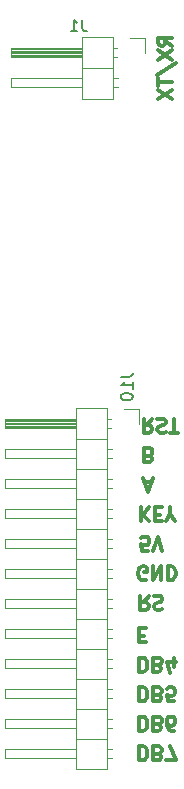
<source format=gbo>
G04 #@! TF.FileFunction,Legend,Bot*
%FSLAX46Y46*%
G04 Gerber Fmt 4.6, Leading zero omitted, Abs format (unit mm)*
G04 Created by KiCad (PCBNEW 4.0.7-e2-6376~58~ubuntu14.04.1) date Mon Jan  1 12:03:23 2018*
%MOMM*%
%LPD*%
G01*
G04 APERTURE LIST*
%ADD10C,0.100000*%
%ADD11C,0.300000*%
%ADD12C,0.120000*%
%ADD13C,0.150000*%
G04 APERTURE END LIST*
D10*
D11*
X85542857Y-51392858D02*
X84971429Y-50992858D01*
X85542857Y-50707143D02*
X84342857Y-50707143D01*
X84342857Y-51164286D01*
X84400000Y-51278572D01*
X84457143Y-51335715D01*
X84571429Y-51392858D01*
X84742857Y-51392858D01*
X84857143Y-51335715D01*
X84914286Y-51278572D01*
X84971429Y-51164286D01*
X84971429Y-50707143D01*
X84342857Y-51792858D02*
X85542857Y-52592858D01*
X84342857Y-52592858D02*
X85542857Y-51792858D01*
X84285714Y-53907143D02*
X85828571Y-52878572D01*
X84342857Y-54135715D02*
X84342857Y-54821429D01*
X85542857Y-54478572D02*
X84342857Y-54478572D01*
X84342857Y-55107144D02*
X85542857Y-55907144D01*
X84342857Y-55907144D02*
X85542857Y-55107144D01*
X83842858Y-82957143D02*
X83442858Y-83528571D01*
X83157143Y-82957143D02*
X83157143Y-84157143D01*
X83614286Y-84157143D01*
X83728572Y-84100000D01*
X83785715Y-84042857D01*
X83842858Y-83928571D01*
X83842858Y-83757143D01*
X83785715Y-83642857D01*
X83728572Y-83585714D01*
X83614286Y-83528571D01*
X83157143Y-83528571D01*
X84300000Y-83014286D02*
X84471429Y-82957143D01*
X84757143Y-82957143D01*
X84871429Y-83014286D01*
X84928572Y-83071429D01*
X84985715Y-83185714D01*
X84985715Y-83300000D01*
X84928572Y-83414286D01*
X84871429Y-83471429D01*
X84757143Y-83528571D01*
X84528572Y-83585714D01*
X84414286Y-83642857D01*
X84357143Y-83700000D01*
X84300000Y-83814286D01*
X84300000Y-83928571D01*
X84357143Y-84042857D01*
X84414286Y-84100000D01*
X84528572Y-84157143D01*
X84814286Y-84157143D01*
X84985715Y-84100000D01*
X85328572Y-84157143D02*
X86014286Y-84157143D01*
X85671429Y-82957143D02*
X85671429Y-84157143D01*
X83585714Y-86085714D02*
X83757143Y-86028571D01*
X83814286Y-85971429D01*
X83871429Y-85857143D01*
X83871429Y-85685714D01*
X83814286Y-85571429D01*
X83757143Y-85514286D01*
X83642857Y-85457143D01*
X83185714Y-85457143D01*
X83185714Y-86657143D01*
X83585714Y-86657143D01*
X83700000Y-86600000D01*
X83757143Y-86542857D01*
X83814286Y-86428571D01*
X83814286Y-86314286D01*
X83757143Y-86200000D01*
X83700000Y-86142857D01*
X83585714Y-86085714D01*
X83185714Y-86085714D01*
X83214286Y-88300000D02*
X83785715Y-88300000D01*
X83100001Y-87957143D02*
X83500001Y-89157143D01*
X83900001Y-87957143D01*
X82878572Y-90457143D02*
X82878572Y-91657143D01*
X83564287Y-90457143D02*
X83050001Y-91142857D01*
X83564287Y-91657143D02*
X82878572Y-90971429D01*
X84078572Y-91085714D02*
X84478572Y-91085714D01*
X84650001Y-90457143D02*
X84078572Y-90457143D01*
X84078572Y-91657143D01*
X84650001Y-91657143D01*
X85392858Y-91028571D02*
X85392858Y-90457143D01*
X84992858Y-91657143D02*
X85392858Y-91028571D01*
X85792858Y-91657143D01*
X83521429Y-94157143D02*
X82950000Y-94157143D01*
X82892857Y-93585714D01*
X82950000Y-93642857D01*
X83064286Y-93700000D01*
X83350000Y-93700000D01*
X83464286Y-93642857D01*
X83521429Y-93585714D01*
X83578572Y-93471429D01*
X83578572Y-93185714D01*
X83521429Y-93071429D01*
X83464286Y-93014286D01*
X83350000Y-92957143D01*
X83064286Y-92957143D01*
X82950000Y-93014286D01*
X82892857Y-93071429D01*
X83921429Y-94157143D02*
X84321429Y-92957143D01*
X84721429Y-94157143D01*
X83335715Y-96600000D02*
X83221429Y-96657143D01*
X83050000Y-96657143D01*
X82878572Y-96600000D01*
X82764286Y-96485714D01*
X82707143Y-96371429D01*
X82650000Y-96142857D01*
X82650000Y-95971429D01*
X82707143Y-95742857D01*
X82764286Y-95628571D01*
X82878572Y-95514286D01*
X83050000Y-95457143D01*
X83164286Y-95457143D01*
X83335715Y-95514286D01*
X83392858Y-95571429D01*
X83392858Y-95971429D01*
X83164286Y-95971429D01*
X83907143Y-95457143D02*
X83907143Y-96657143D01*
X84592858Y-95457143D01*
X84592858Y-96657143D01*
X85164286Y-95457143D02*
X85164286Y-96657143D01*
X85450001Y-96657143D01*
X85621429Y-96600000D01*
X85735715Y-96485714D01*
X85792858Y-96371429D01*
X85850001Y-96142857D01*
X85850001Y-95971429D01*
X85792858Y-95742857D01*
X85735715Y-95628571D01*
X85621429Y-95514286D01*
X85450001Y-95457143D01*
X85164286Y-95457143D01*
X83550001Y-97957143D02*
X83150001Y-98528571D01*
X82864286Y-97957143D02*
X82864286Y-99157143D01*
X83321429Y-99157143D01*
X83435715Y-99100000D01*
X83492858Y-99042857D01*
X83550001Y-98928571D01*
X83550001Y-98757143D01*
X83492858Y-98642857D01*
X83435715Y-98585714D01*
X83321429Y-98528571D01*
X82864286Y-98528571D01*
X84007143Y-98014286D02*
X84178572Y-97957143D01*
X84464286Y-97957143D01*
X84578572Y-98014286D01*
X84635715Y-98071429D01*
X84692858Y-98185714D01*
X84692858Y-98300000D01*
X84635715Y-98414286D01*
X84578572Y-98471429D01*
X84464286Y-98528571D01*
X84235715Y-98585714D01*
X84121429Y-98642857D01*
X84064286Y-98700000D01*
X84007143Y-98814286D01*
X84007143Y-98928571D01*
X84064286Y-99042857D01*
X84121429Y-99100000D01*
X84235715Y-99157143D01*
X84521429Y-99157143D01*
X84692858Y-99100000D01*
X82742857Y-101335714D02*
X83142857Y-101335714D01*
X83314286Y-100707143D02*
X82742857Y-100707143D01*
X82742857Y-101907143D01*
X83314286Y-101907143D01*
X82764286Y-103207143D02*
X82764286Y-104407143D01*
X83050001Y-104407143D01*
X83221429Y-104350000D01*
X83335715Y-104235714D01*
X83392858Y-104121429D01*
X83450001Y-103892857D01*
X83450001Y-103721429D01*
X83392858Y-103492857D01*
X83335715Y-103378571D01*
X83221429Y-103264286D01*
X83050001Y-103207143D01*
X82764286Y-103207143D01*
X84364286Y-103835714D02*
X84535715Y-103778571D01*
X84592858Y-103721429D01*
X84650001Y-103607143D01*
X84650001Y-103435714D01*
X84592858Y-103321429D01*
X84535715Y-103264286D01*
X84421429Y-103207143D01*
X83964286Y-103207143D01*
X83964286Y-104407143D01*
X84364286Y-104407143D01*
X84478572Y-104350000D01*
X84535715Y-104292857D01*
X84592858Y-104178571D01*
X84592858Y-104064286D01*
X84535715Y-103950000D01*
X84478572Y-103892857D01*
X84364286Y-103835714D01*
X83964286Y-103835714D01*
X85678572Y-104007143D02*
X85678572Y-103207143D01*
X85392858Y-104464286D02*
X85107143Y-103607143D01*
X85850001Y-103607143D01*
X82764286Y-105707143D02*
X82764286Y-106907143D01*
X83050001Y-106907143D01*
X83221429Y-106850000D01*
X83335715Y-106735714D01*
X83392858Y-106621429D01*
X83450001Y-106392857D01*
X83450001Y-106221429D01*
X83392858Y-105992857D01*
X83335715Y-105878571D01*
X83221429Y-105764286D01*
X83050001Y-105707143D01*
X82764286Y-105707143D01*
X84364286Y-106335714D02*
X84535715Y-106278571D01*
X84592858Y-106221429D01*
X84650001Y-106107143D01*
X84650001Y-105935714D01*
X84592858Y-105821429D01*
X84535715Y-105764286D01*
X84421429Y-105707143D01*
X83964286Y-105707143D01*
X83964286Y-106907143D01*
X84364286Y-106907143D01*
X84478572Y-106850000D01*
X84535715Y-106792857D01*
X84592858Y-106678571D01*
X84592858Y-106564286D01*
X84535715Y-106450000D01*
X84478572Y-106392857D01*
X84364286Y-106335714D01*
X83964286Y-106335714D01*
X85735715Y-106907143D02*
X85164286Y-106907143D01*
X85107143Y-106335714D01*
X85164286Y-106392857D01*
X85278572Y-106450000D01*
X85564286Y-106450000D01*
X85678572Y-106392857D01*
X85735715Y-106335714D01*
X85792858Y-106221429D01*
X85792858Y-105935714D01*
X85735715Y-105821429D01*
X85678572Y-105764286D01*
X85564286Y-105707143D01*
X85278572Y-105707143D01*
X85164286Y-105764286D01*
X85107143Y-105821429D01*
X82764286Y-108207143D02*
X82764286Y-109407143D01*
X83050001Y-109407143D01*
X83221429Y-109350000D01*
X83335715Y-109235714D01*
X83392858Y-109121429D01*
X83450001Y-108892857D01*
X83450001Y-108721429D01*
X83392858Y-108492857D01*
X83335715Y-108378571D01*
X83221429Y-108264286D01*
X83050001Y-108207143D01*
X82764286Y-108207143D01*
X84364286Y-108835714D02*
X84535715Y-108778571D01*
X84592858Y-108721429D01*
X84650001Y-108607143D01*
X84650001Y-108435714D01*
X84592858Y-108321429D01*
X84535715Y-108264286D01*
X84421429Y-108207143D01*
X83964286Y-108207143D01*
X83964286Y-109407143D01*
X84364286Y-109407143D01*
X84478572Y-109350000D01*
X84535715Y-109292857D01*
X84592858Y-109178571D01*
X84592858Y-109064286D01*
X84535715Y-108950000D01*
X84478572Y-108892857D01*
X84364286Y-108835714D01*
X83964286Y-108835714D01*
X85678572Y-109407143D02*
X85450001Y-109407143D01*
X85335715Y-109350000D01*
X85278572Y-109292857D01*
X85164286Y-109121429D01*
X85107143Y-108892857D01*
X85107143Y-108435714D01*
X85164286Y-108321429D01*
X85221429Y-108264286D01*
X85335715Y-108207143D01*
X85564286Y-108207143D01*
X85678572Y-108264286D01*
X85735715Y-108321429D01*
X85792858Y-108435714D01*
X85792858Y-108721429D01*
X85735715Y-108835714D01*
X85678572Y-108892857D01*
X85564286Y-108950000D01*
X85335715Y-108950000D01*
X85221429Y-108892857D01*
X85164286Y-108835714D01*
X85107143Y-108721429D01*
X82764286Y-110707143D02*
X82764286Y-111907143D01*
X83050001Y-111907143D01*
X83221429Y-111850000D01*
X83335715Y-111735714D01*
X83392858Y-111621429D01*
X83450001Y-111392857D01*
X83450001Y-111221429D01*
X83392858Y-110992857D01*
X83335715Y-110878571D01*
X83221429Y-110764286D01*
X83050001Y-110707143D01*
X82764286Y-110707143D01*
X84364286Y-111335714D02*
X84535715Y-111278571D01*
X84592858Y-111221429D01*
X84650001Y-111107143D01*
X84650001Y-110935714D01*
X84592858Y-110821429D01*
X84535715Y-110764286D01*
X84421429Y-110707143D01*
X83964286Y-110707143D01*
X83964286Y-111907143D01*
X84364286Y-111907143D01*
X84478572Y-111850000D01*
X84535715Y-111792857D01*
X84592858Y-111678571D01*
X84592858Y-111564286D01*
X84535715Y-111450000D01*
X84478572Y-111392857D01*
X84364286Y-111335714D01*
X83964286Y-111335714D01*
X85050001Y-111907143D02*
X85850001Y-111907143D01*
X85335715Y-110707143D01*
D12*
X80060000Y-82070000D02*
X80060000Y-112670000D01*
X80060000Y-112670000D02*
X77400000Y-112670000D01*
X77400000Y-112670000D02*
X77400000Y-82070000D01*
X77400000Y-82070000D02*
X80060000Y-82070000D01*
X77400000Y-83020000D02*
X71400000Y-83020000D01*
X71400000Y-83020000D02*
X71400000Y-83780000D01*
X71400000Y-83780000D02*
X77400000Y-83780000D01*
X77400000Y-83080000D02*
X71400000Y-83080000D01*
X77400000Y-83200000D02*
X71400000Y-83200000D01*
X77400000Y-83320000D02*
X71400000Y-83320000D01*
X77400000Y-83440000D02*
X71400000Y-83440000D01*
X77400000Y-83560000D02*
X71400000Y-83560000D01*
X77400000Y-83680000D02*
X71400000Y-83680000D01*
X80390000Y-83020000D02*
X80060000Y-83020000D01*
X80390000Y-83780000D02*
X80060000Y-83780000D01*
X80060000Y-84670000D02*
X77400000Y-84670000D01*
X77400000Y-85560000D02*
X71400000Y-85560000D01*
X71400000Y-85560000D02*
X71400000Y-86320000D01*
X71400000Y-86320000D02*
X77400000Y-86320000D01*
X80457071Y-85560000D02*
X80060000Y-85560000D01*
X80457071Y-86320000D02*
X80060000Y-86320000D01*
X80060000Y-87210000D02*
X77400000Y-87210000D01*
X77400000Y-88100000D02*
X71400000Y-88100000D01*
X71400000Y-88100000D02*
X71400000Y-88860000D01*
X71400000Y-88860000D02*
X77400000Y-88860000D01*
X80457071Y-88100000D02*
X80060000Y-88100000D01*
X80457071Y-88860000D02*
X80060000Y-88860000D01*
X80060000Y-89750000D02*
X77400000Y-89750000D01*
X77400000Y-90640000D02*
X71400000Y-90640000D01*
X71400000Y-90640000D02*
X71400000Y-91400000D01*
X71400000Y-91400000D02*
X77400000Y-91400000D01*
X80457071Y-90640000D02*
X80060000Y-90640000D01*
X80457071Y-91400000D02*
X80060000Y-91400000D01*
X80060000Y-92290000D02*
X77400000Y-92290000D01*
X77400000Y-93180000D02*
X71400000Y-93180000D01*
X71400000Y-93180000D02*
X71400000Y-93940000D01*
X71400000Y-93940000D02*
X77400000Y-93940000D01*
X80457071Y-93180000D02*
X80060000Y-93180000D01*
X80457071Y-93940000D02*
X80060000Y-93940000D01*
X80060000Y-94830000D02*
X77400000Y-94830000D01*
X77400000Y-95720000D02*
X71400000Y-95720000D01*
X71400000Y-95720000D02*
X71400000Y-96480000D01*
X71400000Y-96480000D02*
X77400000Y-96480000D01*
X80457071Y-95720000D02*
X80060000Y-95720000D01*
X80457071Y-96480000D02*
X80060000Y-96480000D01*
X80060000Y-97370000D02*
X77400000Y-97370000D01*
X77400000Y-98260000D02*
X71400000Y-98260000D01*
X71400000Y-98260000D02*
X71400000Y-99020000D01*
X71400000Y-99020000D02*
X77400000Y-99020000D01*
X80457071Y-98260000D02*
X80060000Y-98260000D01*
X80457071Y-99020000D02*
X80060000Y-99020000D01*
X80060000Y-99910000D02*
X77400000Y-99910000D01*
X77400000Y-100800000D02*
X71400000Y-100800000D01*
X71400000Y-100800000D02*
X71400000Y-101560000D01*
X71400000Y-101560000D02*
X77400000Y-101560000D01*
X80457071Y-100800000D02*
X80060000Y-100800000D01*
X80457071Y-101560000D02*
X80060000Y-101560000D01*
X80060000Y-102450000D02*
X77400000Y-102450000D01*
X77400000Y-103340000D02*
X71400000Y-103340000D01*
X71400000Y-103340000D02*
X71400000Y-104100000D01*
X71400000Y-104100000D02*
X77400000Y-104100000D01*
X80457071Y-103340000D02*
X80060000Y-103340000D01*
X80457071Y-104100000D02*
X80060000Y-104100000D01*
X80060000Y-104990000D02*
X77400000Y-104990000D01*
X77400000Y-105880000D02*
X71400000Y-105880000D01*
X71400000Y-105880000D02*
X71400000Y-106640000D01*
X71400000Y-106640000D02*
X77400000Y-106640000D01*
X80457071Y-105880000D02*
X80060000Y-105880000D01*
X80457071Y-106640000D02*
X80060000Y-106640000D01*
X80060000Y-107530000D02*
X77400000Y-107530000D01*
X77400000Y-108420000D02*
X71400000Y-108420000D01*
X71400000Y-108420000D02*
X71400000Y-109180000D01*
X71400000Y-109180000D02*
X77400000Y-109180000D01*
X80457071Y-108420000D02*
X80060000Y-108420000D01*
X80457071Y-109180000D02*
X80060000Y-109180000D01*
X80060000Y-110070000D02*
X77400000Y-110070000D01*
X77400000Y-110960000D02*
X71400000Y-110960000D01*
X71400000Y-110960000D02*
X71400000Y-111720000D01*
X71400000Y-111720000D02*
X77400000Y-111720000D01*
X80457071Y-110960000D02*
X80060000Y-110960000D01*
X80457071Y-111720000D02*
X80060000Y-111720000D01*
X82770000Y-83400000D02*
X82770000Y-82130000D01*
X82770000Y-82130000D02*
X81500000Y-82130000D01*
X80560000Y-50670000D02*
X80560000Y-55870000D01*
X80560000Y-55870000D02*
X77900000Y-55870000D01*
X77900000Y-55870000D02*
X77900000Y-50670000D01*
X77900000Y-50670000D02*
X80560000Y-50670000D01*
X77900000Y-51620000D02*
X71900000Y-51620000D01*
X71900000Y-51620000D02*
X71900000Y-52380000D01*
X71900000Y-52380000D02*
X77900000Y-52380000D01*
X77900000Y-51680000D02*
X71900000Y-51680000D01*
X77900000Y-51800000D02*
X71900000Y-51800000D01*
X77900000Y-51920000D02*
X71900000Y-51920000D01*
X77900000Y-52040000D02*
X71900000Y-52040000D01*
X77900000Y-52160000D02*
X71900000Y-52160000D01*
X77900000Y-52280000D02*
X71900000Y-52280000D01*
X80890000Y-51620000D02*
X80560000Y-51620000D01*
X80890000Y-52380000D02*
X80560000Y-52380000D01*
X80560000Y-53270000D02*
X77900000Y-53270000D01*
X77900000Y-54160000D02*
X71900000Y-54160000D01*
X71900000Y-54160000D02*
X71900000Y-54920000D01*
X71900000Y-54920000D02*
X77900000Y-54920000D01*
X80957071Y-54160000D02*
X80560000Y-54160000D01*
X80957071Y-54920000D02*
X80560000Y-54920000D01*
X83270000Y-52000000D02*
X83270000Y-50730000D01*
X83270000Y-50730000D02*
X82000000Y-50730000D01*
D13*
X81202381Y-79440477D02*
X81916667Y-79440477D01*
X82059524Y-79392857D01*
X82154762Y-79297619D01*
X82202381Y-79154762D01*
X82202381Y-79059524D01*
X82202381Y-80440477D02*
X82202381Y-79869048D01*
X82202381Y-80154762D02*
X81202381Y-80154762D01*
X81345238Y-80059524D01*
X81440476Y-79964286D01*
X81488095Y-79869048D01*
X81202381Y-81059524D02*
X81202381Y-81154763D01*
X81250000Y-81250001D01*
X81297619Y-81297620D01*
X81392857Y-81345239D01*
X81583333Y-81392858D01*
X81821429Y-81392858D01*
X82011905Y-81345239D01*
X82107143Y-81297620D01*
X82154762Y-81250001D01*
X82202381Y-81154763D01*
X82202381Y-81059524D01*
X82154762Y-80964286D01*
X82107143Y-80916667D01*
X82011905Y-80869048D01*
X81821429Y-80821429D01*
X81583333Y-80821429D01*
X81392857Y-80869048D01*
X81297619Y-80916667D01*
X81250000Y-80964286D01*
X81202381Y-81059524D01*
X77948333Y-49182381D02*
X77948333Y-49896667D01*
X77995953Y-50039524D01*
X78091191Y-50134762D01*
X78234048Y-50182381D01*
X78329286Y-50182381D01*
X76948333Y-50182381D02*
X77519762Y-50182381D01*
X77234048Y-50182381D02*
X77234048Y-49182381D01*
X77329286Y-49325238D01*
X77424524Y-49420476D01*
X77519762Y-49468095D01*
M02*

</source>
